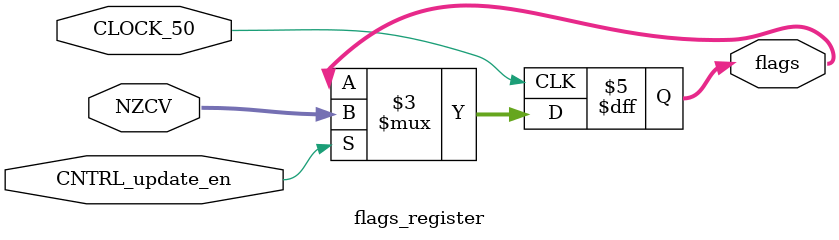
<source format=sv>
module flags_register(

	input 		          			CLOCK_50,
	input 		      [3:0]  		NZCV,
	input									CNTRL_update_en,
	

	output		reg	[3:0]			flags 		// Negative, Zero, Carry and Overflow flags
);



always @(posedge CLOCK_50)
	begin
		// If updates are enabled write appropriate flags in NZCV
		if(CNTRL_update_en == 1) flags <= NZCV;
	end


endmodule
</source>
